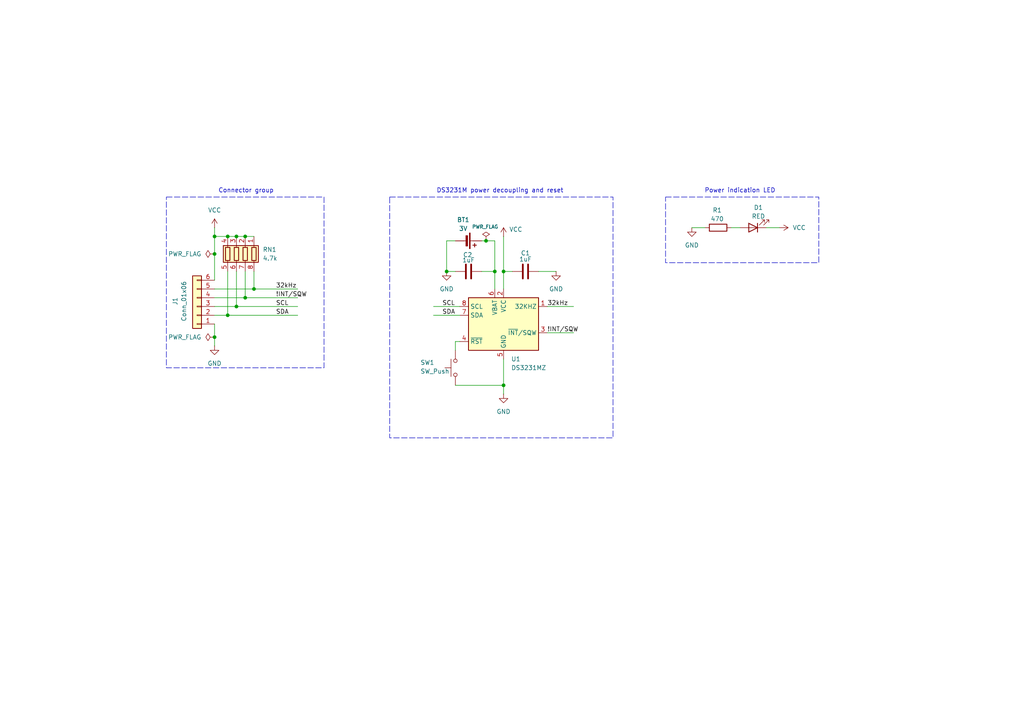
<source format=kicad_sch>
(kicad_sch (version 20231120) (generator "eeschema") (generator_version "8.0")
  (paper "A4")
  (title_block (title "DS3231M module") (date "2024-07-03") (rev "1") (company "Andrei Paramoshkin"))
  (lib_symbols
    (symbol "Connector_Generic:Conn_01x06" (pin_names (offset 1.016) hide)
      (property "Reference" "J" (at 0 7.62 0))
      (property "Value" "Conn_01x06" (at 0 -10.16 0))
      (symbol "Conn_01x06_1_1"
        (rectangle (start -1.27 -7.493) (end 0 -7.747) (stroke (width 0.1524)))
        (rectangle (start -1.27 -4.953) (end 0 -5.207) (stroke (width 0.1524)))
        (rectangle (start -1.27 -2.413) (end 0 -2.667) (stroke (width 0.1524)))
        (rectangle (start -1.27 0.127) (end 0 -0.127) (stroke (width 0.1524)))
        (rectangle (start -1.27 2.667) (end 0 2.413) (stroke (width 0.1524)))
        (rectangle (start -1.27 5.207) (end 0 4.953) (stroke (width 0.1524)))
        (rectangle (start -1.27 6.35) (end 1.27 -8.89) (stroke (width 0.254)) (fill (type background)))
        (pin passive line (at -5.08 5.08 0) (length 3.81) (name "Pin_1") (number "1"))
        (pin passive line (at -5.08 2.54 0) (length 3.81) (name "Pin_2") (number "2"))
        (pin passive line (at -5.08 0 0) (length 3.81) (name "Pin_3") (number "3"))
        (pin passive line (at -5.08 -2.54 0) (length 3.81) (name "Pin_4") (number "4"))
        (pin passive line (at -5.08 -5.08 0) (length 3.81) (name "Pin_5") (number "5"))
        (pin passive line (at -5.08 -7.62 0) (length 3.81) (name "Pin_6") (number "6"))
      )
    )
    (symbol "Device:Battery_Cell" (pin_numbers hide) (pin_names (offset 0) hide)
      (property "Reference" "BT" (at 2.54 2.54 0))
      (property "Value" "Battery_Cell" (at 2.54 0 0))
      (symbol "Battery_Cell_0_1"
        (rectangle (start -2.286 1.778) (end 2.286 1.524) (fill (type outline)))
        (rectangle (start -1.524 1.016) (end 1.524 0.508) (fill (type outline)))
        (polyline (pts (xy 0 0.762) (xy 0 0)))
        (polyline (pts (xy 0 1.778) (xy 0 2.54)))
        (polyline (pts (xy 0.762 3.048) (xy 1.778 3.048)) (stroke (width 0.254)))
        (polyline (pts (xy 1.27 3.556) (xy 1.27 2.54)) (stroke (width 0.254)))
      )
      (symbol "Battery_Cell_1_1"
        (pin passive line (at 0 5.08 270) (length 2.54) (name "+") (number "1"))
        (pin passive line (at 0 -2.54 90) (length 2.54) (name "-") (number "2"))
      )
    )
    (symbol "Device:C" (pin_numbers hide) (pin_names (offset 0.254))
      (property "Reference" "C" (at 0.635 2.54 0))
      (property "Value" "C" (at 0.635 -2.54 0))
      (symbol "C_0_1"
        (polyline (pts (xy -2.032 -0.762) (xy 2.032 -0.762)) (stroke (width 0.508)))
        (polyline (pts (xy -2.032 0.762) (xy 2.032 0.762)) (stroke (width 0.508)))
      )
      (symbol "C_1_1"
        (pin passive line (at 0 3.81 270) (length 2.794) (name "~") (number "1"))
        (pin passive line (at 0 -3.81 90) (length 2.794) (name "~") (number "2"))
      )
    )
    (symbol "Device:LED" (pin_numbers hide) (pin_names (offset 1.016) hide)
      (property "Reference" "D" (at 0 2.54 0))
      (property "Value" "LED" (at 0 -2.54 0))
      (symbol "LED_0_1"
        (polyline (pts (xy -1.27 -1.27) (xy -1.27 1.27)) (stroke (width 0.254)))
        (polyline (pts (xy -1.27 0) (xy 1.27 0)))
        (polyline (pts (xy 1.27 -1.27) (xy 1.27 1.27) (xy -1.27 0) (xy 1.27 -1.27)) (stroke (width 0.254)))
        (polyline (pts (xy -3.048 -0.762) (xy -4.572 -2.286) (xy -3.81 -2.286) (xy -4.572 -2.286) (xy -4.572 -1.524)))
        (polyline (pts (xy -1.778 -0.762) (xy -3.302 -2.286) (xy -2.54 -2.286) (xy -3.302 -2.286) (xy -3.302 -1.524)))
      )
      (symbol "LED_1_1"
        (pin passive line (at -3.81 0 0) (length 2.54) (name "K") (number "1"))
        (pin passive line (at 3.81 0 180) (length 2.54) (name "A") (number "2"))
      )
    )
    (symbol "Device:R" (pin_numbers hide) (pin_names (offset 0))
      (property "Reference" "R" (at 2.032 0 90))
      (property "Value" "R" (at 0 0 90))
      (symbol "R_0_1"
        (rectangle (start -1.016 -2.54) (end 1.016 2.54) (stroke (width 0.254)))
      )
      (symbol "R_1_1"
        (pin passive line (at 0 3.81 270) (length 1.27) (name "~") (number "1"))
        (pin passive line (at 0 -3.81 90) (length 1.27) (name "~") (number "2"))
      )
    )
    (symbol "Device:R_Pack04" (pin_names (offset 0) hide)
      (property "Reference" "RN" (at -7.62 0 90))
      (property "Value" "R_Pack04" (at 5.08 0 90))
      (symbol "R_Pack04_0_1"
        (rectangle (start -6.35 -2.413) (end 3.81 2.413) (stroke (width 0.254)) (fill (type background)))
        (rectangle (start -5.715 1.905) (end -4.445 -1.905) (stroke (width 0.254)))
        (rectangle (start -3.175 1.905) (end -1.905 -1.905) (stroke (width 0.254)))
        (rectangle (start -0.635 1.905) (end 0.635 -1.905) (stroke (width 0.254)))
        (polyline (pts (xy -5.08 -2.54) (xy -5.08 -1.905)))
        (polyline (pts (xy -5.08 1.905) (xy -5.08 2.54)))
        (polyline (pts (xy -2.54 -2.54) (xy -2.54 -1.905)))
        (polyline (pts (xy -2.54 1.905) (xy -2.54 2.54)))
        (polyline (pts (xy 0 -2.54) (xy 0 -1.905)))
        (polyline (pts (xy 0 1.905) (xy 0 2.54)))
        (polyline (pts (xy 2.54 -2.54) (xy 2.54 -1.905)))
        (polyline (pts (xy 2.54 1.905) (xy 2.54 2.54)))
        (rectangle (start 1.905 1.905) (end 3.175 -1.905) (stroke (width 0.254)))
      )
      (symbol "R_Pack04_1_1"
        (pin passive line (at -5.08 -5.08 90) (length 2.54) (name "R1.1") (number "1"))
        (pin passive line (at -2.54 -5.08 90) (length 2.54) (name "R2.1") (number "2"))
        (pin passive line (at 0 -5.08 90) (length 2.54) (name "R3.1") (number "3"))
        (pin passive line (at 2.54 -5.08 90) (length 2.54) (name "R4.1") (number "4"))
        (pin passive line (at 2.54 5.08 270) (length 2.54) (name "R4.2") (number "5"))
        (pin passive line (at 0 5.08 270) (length 2.54) (name "R3.2") (number "6"))
        (pin passive line (at -2.54 5.08 270) (length 2.54) (name "R2.2") (number "7"))
        (pin passive line (at -5.08 5.08 270) (length 2.54) (name "R1.2") (number "8"))
      )
    )
    (symbol "Switch:SW_Push" (pin_numbers hide) (pin_names (offset 1.016) hide)
      (property "Reference" "SW" (at 1.27 2.54 0))
      (property "Value" "SW_Push" (at 0 -1.524 0))
      (symbol "SW_Push_0_1"
        (circle (center -2.032 0) (radius 0.508))
        (polyline (pts (xy 0 1.27) (xy 0 3.048)))
        (polyline (pts (xy 2.54 1.27) (xy -2.54 1.27)))
        (circle (center 2.032 0) (radius 0.508))
        (pin passive line (at -5.08 0 0) (length 2.54) (name "1") (number "1"))
        (pin passive line (at 5.08 0 180) (length 2.54) (name "2") (number "2"))
      )
    )
    (symbol "Timer_RTC:DS3231MZ"
      (property "Reference" "U" (at -7.62 8.89 0))
      (property "Value" "DS3231MZ" (at 11.43 8.89 0))
      (symbol "DS3231MZ_0_1"
        (rectangle (start -10.16 7.62) (end 10.16 -7.62) (stroke (width 0.254)) (fill (type background)))
      )
      (symbol "DS3231MZ_1_1"
        (pin open_collector line (at 12.7 5.08 180) (length 2.54) (name "32KHZ") (number "1"))
        (pin power_in line (at 0 10.16 270) (length 2.54) (name "VCC") (number "2"))
        (pin open_collector line (at 12.7 -2.54 180) (length 2.54) (name "~{INT}/SQW") (number "3"))
        (pin bidirectional line (at -12.7 -5.08 0) (length 2.54) (name "~{RST}") (number "4"))
        (pin power_in line (at 0 -10.16 90) (length 2.54) (name "GND") (number "5"))
        (pin power_in line (at -2.54 10.16 270) (length 2.54) (name "VBAT") (number "6"))
        (pin bidirectional line (at -12.7 2.54 0) (length 2.54) (name "SDA") (number "7"))
        (pin input line (at -12.7 5.08 0) (length 2.54) (name "SCL") (number "8"))
      )
    )
    (symbol "power:GND" (power) (pin_numbers hide) (pin_names (offset 0) hide)
      (property "Value" "GND" (at 0 -3.81 0))
      (symbol "GND_0_1"
        (polyline (pts (xy 0 0) (xy 0 -1.27) (xy 1.27 -1.27) (xy 0 -2.54) (xy -1.27 -1.27) (xy 0 -1.27)))
      )
      (symbol "GND_1_1"
        (pin power_in line (at 0 0 270) (length 0) (name "~") (number "1"))
      )
    )
    (symbol "power:PWR_FLAG" (power) (pin_numbers hide) (pin_names (offset 0) hide)
      (property "Value" "PWR_FLAG" (at 0 3.81 0))
      (symbol "PWR_FLAG_0_0"
        (pin power_out line (at 0 0 90) (length 0) (name "~") (number "1"))
      )
      (symbol "PWR_FLAG_0_1"
        (polyline (pts (xy 0 0) (xy 0 1.27) (xy -1.016 1.905) (xy 0 2.54) (xy 1.016 1.905) (xy 0 1.27)))
      )
    )
    (symbol "power:VCC" (power) (pin_numbers hide) (pin_names (offset 0) hide)
      (property "Value" "VCC" (at 0 3.556 0))
      (symbol "VCC_0_1"
        (polyline (pts (xy -0.762 1.27) (xy 0 2.54)))
        (polyline (pts (xy 0 0) (xy 0 2.54)))
        (polyline (pts (xy 0 2.54) (xy 0.762 1.27)))
      )
      (symbol "VCC_1_1"
        (pin power_in line (at 0 0 90) (length 0) (name "~") (number "1"))
      )
    )
  )
  (junction (at 146.05 78.74))
  (junction (at 71.12 86.36))
  (junction (at 143.51 78.74))
  (junction (at 73.66 83.82))
  (junction (at 146.05 111.76))
  (junction (at 71.12 68.58))
  (junction (at 68.58 88.9))
  (junction (at 66.04 68.58))
  (junction (at 129.54 78.74))
  (junction (at 68.58 68.58))
  (junction (at 62.23 68.58))
  (junction (at 66.04 91.44))
  (junction (at 62.23 73.66))
  (junction (at 62.23 97.79))
  (junction (at 140.97 69.85))
  (wire (pts (xy 125.73 91.44) (xy 133.35 91.44)))
  (wire (pts (xy 146.05 111.76) (xy 146.05 114.3)))
  (wire (pts (xy 143.51 69.85) (xy 140.97 69.85)))
  (wire (pts (xy 66.04 91.44) (xy 86.36 91.44)))
  (wire (pts (xy 62.23 97.79) (xy 62.23 93.98)))
  (wire (pts (xy 143.51 78.74) (xy 143.51 69.85)))
  (wire (pts (xy 129.54 78.74) (xy 132.08 78.74)))
  (wire (pts (xy 71.12 78.74) (xy 71.12 86.36)))
  (wire (pts (xy 62.23 68.58) (xy 62.23 73.66)))
  (wire (pts (xy 132.08 99.06) (xy 132.08 101.6)))
  (wire (pts (xy 62.23 86.36) (xy 71.12 86.36)))
  (wire (pts (xy 62.23 91.44) (xy 66.04 91.44)))
  (wire (pts (xy 71.12 86.36) (xy 86.36 86.36)))
  (wire (pts (xy 139.7 78.74) (xy 143.51 78.74)))
  (wire (pts (xy 140.97 69.85) (xy 139.7 69.85)))
  (wire (pts (xy 200.66 66.04) (xy 204.47 66.04)))
  (wire (pts (xy 62.23 73.66) (xy 62.23 81.28)))
  (wire (pts (xy 156.21 78.74) (xy 161.29 78.74)))
  (wire (pts (xy 146.05 68.58) (xy 146.05 78.74)))
  (wire (pts (xy 132.08 111.76) (xy 146.05 111.76)))
  (wire (pts (xy 66.04 78.74) (xy 66.04 91.44)))
  (wire (pts (xy 146.05 104.14) (xy 146.05 111.76)))
  (wire (pts (xy 132.08 69.85) (xy 129.54 69.85)))
  (wire (pts (xy 73.66 78.74) (xy 73.66 83.82)))
  (wire (pts (xy 125.73 88.9) (xy 133.35 88.9)))
  (wire (pts (xy 62.23 68.58) (xy 66.04 68.58)))
  (wire (pts (xy 68.58 78.74) (xy 68.58 88.9)))
  (wire (pts (xy 71.12 68.58) (xy 73.66 68.58)))
  (wire (pts (xy 143.51 78.74) (xy 143.51 83.82)))
  (wire (pts (xy 148.59 78.74) (xy 146.05 78.74)))
  (wire (pts (xy 62.23 88.9) (xy 68.58 88.9)))
  (wire (pts (xy 73.66 83.82) (xy 86.36 83.82)))
  (wire (pts (xy 66.04 68.58) (xy 68.58 68.58)))
  (wire (pts (xy 68.58 88.9) (xy 86.36 88.9)))
  (wire (pts (xy 158.75 96.52) (xy 166.37 96.52)))
  (wire (pts (xy 62.23 83.82) (xy 73.66 83.82)))
  (wire (pts (xy 146.05 78.74) (xy 146.05 83.82)))
  (wire (pts (xy 68.58 68.58) (xy 71.12 68.58)))
  (wire (pts (xy 62.23 66.04) (xy 62.23 68.58)))
  (wire (pts (xy 129.54 69.85) (xy 129.54 78.74)))
  (wire (pts (xy 212.09 66.04) (xy 214.63 66.04)))
  (wire (pts (xy 158.75 88.9) (xy 166.37 88.9)))
  (wire (pts (xy 133.35 99.06) (xy 132.08 99.06)))
  (wire (pts (xy 62.23 100.33) (xy 62.23 97.79)))
  (wire (pts (xy 222.25 66.04) (xy 226.06 66.04)))
  (rectangle (start 193.04 57.15) (end 237.49 76.2) (stroke (width 0) (type dash)))
  (rectangle (start 48.26 57.15) (end 93.98 106.68) (stroke (width 0) (type dash)))
  (rectangle (start 113.03 57.15) (end 177.8 127) (stroke (width 0) (type dash)))
  (text "Connector group" (at 71.374 55.372 0) (effects (font (size 1.27 1.27))))
  (text "DS3231M power decoupling and reset" (at 145.034 55.372 0) (effects (font (size 1.27 1.27))))
  (text "Power indication LED" (at 214.63 55.372 0) (effects (font (size 1.27 1.27))))
  (label "SCL" (at 128.27 88.9 0))
  (label "SDA" (at 128.27 91.44 0))
  (label "!INT{slash}SQW" (at 158.75 96.52 0))
  (label "SDA" (at 80.01 91.44 0))
  (label "SCL" (at 80.01 88.9 0))
  (label "32kHz" (at 158.75 88.9 0))
  (label "32kHz" (at 80.01 83.82 0))
  (label "!INT{slash}SQW" (at 80.01 86.36 0))
  (symbol (lib_id "power:VCC") (at 62.23 66.04 0) (unit 1)
    (property "Reference" "#PWR02" (effects (hide yes)))
    (property "Value" "VCC" (at 62.23 60.96 0))
    (property "Description" "Power symbol creates a global label with name \"VCC\"" (effects (hide yes)))
  )
  (symbol (lib_id "power:PWR_FLAG") (at 62.23 73.66 90) (unit 1)
    (property "Reference" "#FLG01" (effects (hide yes)))
    (property "Value" "PWR_FLAG" (at 58.42 73.6599 90) (effects (justify left)))
    (property "Description" "Special symbol for telling ERC where power comes from" (effects (hide yes)))
  )
  (symbol (lib_id "power:PWR_FLAG") (at 62.23 97.79 90) (unit 1)
    (property "Reference" "#FLG02" (effects (hide yes)))
    (property "Value" "PWR_FLAG" (at 58.42 97.7899 90) (effects (justify left)))
    (property "Description" "Special symbol for telling ERC where power comes from" (effects (hide yes)))
  )
  (symbol (lib_id "Device:R") (at 208.28 66.04 90) (unit 1)
    (property "Reference" "R1" (at 208.026 60.96 90))
    (property "Value" "470" (at 208.026 63.5 90))
    (property "Footprint" "Resistor_SMD:R_0402_1005Metric_Pad0.72x0.64mm_HandSolder" (effects (hide yes)))
    (property "Description" "Resistor" (effects (hide yes)))
  )
  (symbol (lib_id "power:GND") (at 62.23 100.33 0) (unit 1)
    (property "Reference" "#PWR01" (effects (hide yes)))
    (property "Value" "GND" (at 62.23 105.41 0))
    (property "Description" "Power symbol creates a global label with name \"GND\" , ground" (effects (hide yes)))
  )
  (symbol (lib_id "Device:R_Pack04") (at 68.58 73.66 180) (unit 1)
    (property "Reference" "RN1" (at 76.2 72.3899 0) (effects (justify right)))
    (property "Value" "4.7k" (at 76.2 74.9299 0) (effects (justify right)))
    (property "Footprint" "Resistor_SMD:R_Array_Convex_4x0603" (effects (hide yes)))
    (property "Description" "4 resistor network, parallel topology" (effects (hide yes)))
  )
  (symbol (lib_id "Timer_RTC:DS3231MZ") (at 146.05 93.98 0) (unit 1)
    (property "Reference" "U1" (at 148.2441 104.14 0) (effects (justify left)))
    (property "Value" "DS3231MZ" (at 148.2441 106.68 0) (effects (justify left)))
    (property "Footprint" "Package_SO:SOIC-8_3.9x4.9mm_P1.27mm" (effects (hide yes)))
    (property "Datasheet" "http://datasheets.maximintegrated.com/en/ds/DS3231M.pdf" (effects (hide yes)))
    (property "Description" "±5ppm, I2C Real-Time Clock SOIC-8" (effects (hide yes)))
  )
  (symbol (lib_id "power:VCC") (at 226.06 66.04 270) (unit 1)
    (property "Reference" "#PWR07" (effects (hide yes)))
    (property "Value" "VCC" (at 229.87 66.0399 90) (effects (justify left)))
    (property "Description" "Power symbol creates a global label with name \"VCC\"" (effects (hide yes)))
  )
  (symbol (lib_id "Device:Battery_Cell") (at 134.62 69.85 270) (unit 1)
    (property "Reference" "BT1" (at 134.366 63.754 90))
    (property "Value" "3V" (at 134.366 66.294 90))
    (property "Footprint" "Battery:Battery_Panasonic_CR2032-HFN_Horizontal_CircularHoles" (effects (hide yes)))
    (property "Description" "Single-cell battery" (effects (hide yes)))
  )
  (symbol (lib_id "power:GND") (at 200.66 66.04 0) (unit 1)
    (property "Reference" "#PWR08" (effects (hide yes)))
    (property "Value" "GND" (at 200.66 71.12 0))
    (property "Description" "Power symbol creates a global label with name \"GND\" , ground" (effects (hide yes)))
  )
  (symbol (lib_id "Device:C") (at 135.89 78.74 90) (unit 1)
    (property "Reference" "C2" (at 135.636 73.914 90))
    (property "Value" "1uF" (at 135.89 75.438 90))
    (property "Footprint" "Capacitor_SMD:C_0201_0603Metric_Pad0.64x0.40mm_HandSolder" (effects (hide yes)))
    (property "Description" "Unpolarized capacitor" (effects (hide yes)))
  )
  (symbol (lib_id "Switch:SW_Push") (at 132.08 106.68 90) (unit 1)
    (property "Reference" "SW1" (at 121.92 105.156 90) (effects (justify right)))
    (property "Value" "SW_Push" (at 121.92 107.696 90) (effects (justify right)))
    (property "Footprint" "Button_Switch_SMD:SW_SPST_PTS810" (effects (hide yes)))
    (property "Description" "Push button switch, generic, two pins" (effects (hide yes)))
  )
  (symbol (lib_id "power:GND") (at 129.54 78.74 0) (unit 1)
    (property "Reference" "#PWR06" (effects (hide yes)))
    (property "Value" "GND" (at 129.54 83.82 0))
    (property "Description" "Power symbol creates a global label with name \"GND\" , ground" (effects (hide yes)))
  )
  (symbol (lib_id "power:GND") (at 161.29 78.74 0) (unit 1)
    (property "Reference" "#PWR04" (effects (hide yes)))
    (property "Value" "GND" (at 161.29 83.82 0))
    (property "Description" "Power symbol creates a global label with name \"GND\" , ground" (effects (hide yes)))
  )
  (symbol (lib_id "Connector_Generic:Conn_01x06") (at 57.15 88.9 180) (unit 1)
    (property "Reference" "J1" (at 50.8 87.376 90))
    (property "Value" "Conn_01x06" (at 53.34 87.376 90))
    (property "Footprint" "Connector_PinHeader_2.54mm:PinHeader_1x06_P2.54mm_Vertical" (effects (hide yes)))
    (property "Description" "Generic connector, single row, 01x06, script generated (kicad-library-utils/schlib/autogen/connector/)" (effects (hide yes)))
  )
  (symbol (lib_id "Device:LED") (at 218.44 66.04 180) (unit 1)
    (property "Reference" "D1" (at 219.964 60.198 0))
    (property "Value" "RED" (at 219.964 62.738 0))
    (property "Footprint" "LED_SMD:LED_0201_0603Metric_Pad0.64x0.40mm_HandSolder" (effects (hide yes)))
    (property "Description" "Light emitting diode" (effects (hide yes)))
  )
  (symbol (lib_id "power:GND") (at 146.05 114.3 0) (unit 1)
    (property "Reference" "#PWR03" (effects (hide yes)))
    (property "Value" "GND" (at 146.05 119.38 0))
    (property "Description" "Power symbol creates a global label with name \"GND\" , ground" (effects (hide yes)))
  )
  (symbol (lib_id "power:VCC") (at 146.05 68.58 0) (unit 1)
    (property "Reference" "#PWR05" (effects (hide yes)))
    (property "Value" "VCC" (at 149.606 66.548 0))
    (property "Description" "Power symbol creates a global label with name \"VCC\"" (effects (hide yes)))
  )
  (symbol (lib_id "power:PWR_FLAG") (at 140.97 69.85 0) (unit 1)
    (property "Reference" "#FLG03" (effects (hide yes)))
    (property "Value" "PWR_FLAG" (at 140.716 65.786 0) (effects (font (size 1 1))))
    (property "Description" "Special symbol for telling ERC where power comes from" (effects (hide yes)))
  )
  (symbol (lib_id "Device:C") (at 152.4 78.74 90) (unit 1)
    (property "Reference" "C1" (at 152.4 73.406 90))
    (property "Value" "1uF" (at 152.4 75.184 90))
    (property "Footprint" "Capacitor_SMD:C_0201_0603Metric_Pad0.64x0.40mm_HandSolder" (effects (hide yes)))
    (property "Description" "Unpolarized capacitor" (effects (hide yes)))
  )
)
</source>
